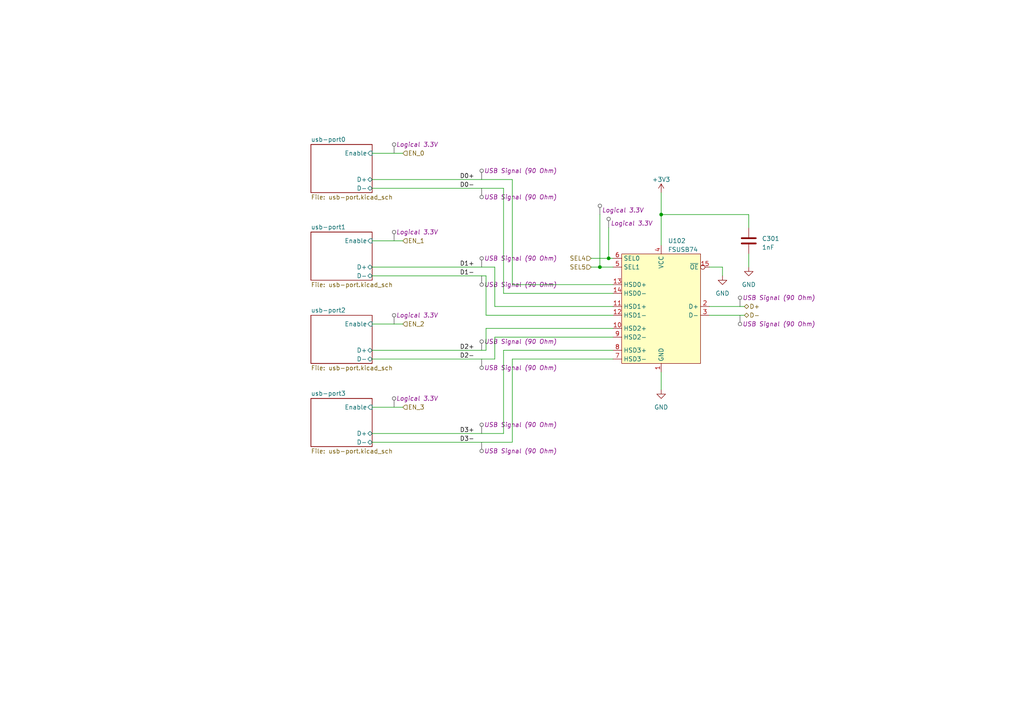
<source format=kicad_sch>
(kicad_sch (version 20230121) (generator eeschema)

  (uuid a08ddd54-726b-4f1b-88e5-e267ec5590f0)

  (paper "A4")

  (lib_symbols
    (symbol "Device:C" (pin_numbers hide) (pin_names (offset 0.254)) (in_bom yes) (on_board yes)
      (property "Reference" "C" (at 0.635 2.54 0)
        (effects (font (size 1.27 1.27)) (justify left))
      )
      (property "Value" "C" (at 0.635 -2.54 0)
        (effects (font (size 1.27 1.27)) (justify left))
      )
      (property "Footprint" "" (at 0.9652 -3.81 0)
        (effects (font (size 1.27 1.27)) hide)
      )
      (property "Datasheet" "~" (at 0 0 0)
        (effects (font (size 1.27 1.27)) hide)
      )
      (property "ki_keywords" "cap capacitor" (at 0 0 0)
        (effects (font (size 1.27 1.27)) hide)
      )
      (property "ki_description" "Unpolarized capacitor" (at 0 0 0)
        (effects (font (size 1.27 1.27)) hide)
      )
      (property "ki_fp_filters" "C_*" (at 0 0 0)
        (effects (font (size 1.27 1.27)) hide)
      )
      (symbol "C_0_1"
        (polyline
          (pts
            (xy -2.032 -0.762)
            (xy 2.032 -0.762)
          )
          (stroke (width 0.508) (type default))
          (fill (type none))
        )
        (polyline
          (pts
            (xy -2.032 0.762)
            (xy 2.032 0.762)
          )
          (stroke (width 0.508) (type default))
          (fill (type none))
        )
      )
      (symbol "C_1_1"
        (pin passive line (at 0 3.81 270) (length 2.794)
          (name "~" (effects (font (size 1.27 1.27))))
          (number "1" (effects (font (size 1.27 1.27))))
        )
        (pin passive line (at 0 -3.81 90) (length 2.794)
          (name "~" (effects (font (size 1.27 1.27))))
          (number "2" (effects (font (size 1.27 1.27))))
        )
      )
    )
    (symbol "onsemi-FairChild:FSUSB74" (in_bom yes) (on_board yes)
      (property "Reference" "U" (at 8.89 17.78 0)
        (effects (font (size 1.27 1.27)))
      )
      (property "Value" "FSUSB74" (at 7.62 -16.51 0)
        (effects (font (size 1.27 1.27)))
      )
      (property "Footprint" "QFN-UMLP:UQFN-16_2.1x2.9mm_P0.4mm" (at -3.81 7.62 0)
        (effects (font (size 1.27 1.27)) hide)
      )
      (property "Datasheet" "${KIPRJMOD}/datasheet/FSUSB74_D-2314427.pdf" (at 27.94 -20.32 0)
        (effects (font (size 1.27 1.27)) hide)
      )
      (property "Vendor" "https://www.mouser.fr/ProductDetail/onsemi-Fairchild/FSUSB74UMX?qs=1%252BQrTMB6OPVrNesV8V0QrA%3D%3D" (at 0 -27.94 0)
        (effects (font (size 1.27 1.27)) hide)
      )
      (property "ki_keywords" "USB Switch" (at 0 0 0)
        (effects (font (size 1.27 1.27)) hide)
      )
      (property "ki_description" "High-Speed USB Multiplexer / Switch" (at 0 0 0)
        (effects (font (size 1.27 1.27)) hide)
      )
      (symbol "FSUSB74_0_1"
        (rectangle (start -11.43 16.51) (end 11.43 -15.24)
          (stroke (width 0) (type default))
          (fill (type background))
        )
      )
      (symbol "FSUSB74_1_1"
        (pin power_in line (at 0 -17.78 90) (length 2.54)
          (name "GND" (effects (font (size 1.27 1.27))))
          (number "1" (effects (font (size 1.27 1.27))))
        )
        (pin bidirectional line (at -13.97 -5.08 0) (length 2.54)
          (name "HSD2+" (effects (font (size 1.27 1.27))))
          (number "10" (effects (font (size 1.27 1.27))))
        )
        (pin bidirectional line (at -13.97 1.27 0) (length 2.54)
          (name "HSD1+" (effects (font (size 1.27 1.27))))
          (number "11" (effects (font (size 1.27 1.27))))
        )
        (pin bidirectional line (at -13.97 -1.27 0) (length 2.54)
          (name "HSD1-" (effects (font (size 1.27 1.27))))
          (number "12" (effects (font (size 1.27 1.27))))
        )
        (pin bidirectional line (at -13.97 7.62 0) (length 2.54)
          (name "HSD0+" (effects (font (size 1.27 1.27))))
          (number "13" (effects (font (size 1.27 1.27))))
        )
        (pin bidirectional line (at -13.97 5.08 0) (length 2.54)
          (name "HSD0-" (effects (font (size 1.27 1.27))))
          (number "14" (effects (font (size 1.27 1.27))))
        )
        (pin input inverted (at 13.97 12.7 180) (length 2.54)
          (name "~{OE}" (effects (font (size 1.27 1.27))))
          (number "15" (effects (font (size 1.27 1.27))))
        )
        (pin no_connect non_logic (at 11.43 -11.43 180) (length 2.54) hide
          (name "NC" (effects (font (size 1.27 1.27))))
          (number "16" (effects (font (size 1.27 1.27))))
        )
        (pin bidirectional line (at 13.97 1.27 180) (length 2.54)
          (name "D+" (effects (font (size 1.27 1.27))))
          (number "2" (effects (font (size 1.27 1.27))))
        )
        (pin bidirectional line (at 13.97 -1.27 180) (length 2.54)
          (name "D-" (effects (font (size 1.27 1.27))))
          (number "3" (effects (font (size 1.27 1.27))))
        )
        (pin power_in line (at 0 19.05 270) (length 2.54)
          (name "VCC" (effects (font (size 1.27 1.27))))
          (number "4" (effects (font (size 1.27 1.27))))
        )
        (pin input line (at -13.97 12.7 0) (length 2.54)
          (name "SEL1" (effects (font (size 1.27 1.27))))
          (number "5" (effects (font (size 1.27 1.27))))
        )
        (pin input line (at -13.97 15.24 0) (length 2.54)
          (name "SEL0" (effects (font (size 1.27 1.27))))
          (number "6" (effects (font (size 1.27 1.27))))
        )
        (pin bidirectional line (at -13.97 -13.97 0) (length 2.54)
          (name "HSD3-" (effects (font (size 1.27 1.27))))
          (number "7" (effects (font (size 1.27 1.27))))
        )
        (pin bidirectional line (at -13.97 -11.43 0) (length 2.54)
          (name "HSD3+" (effects (font (size 1.27 1.27))))
          (number "8" (effects (font (size 1.27 1.27))))
        )
        (pin bidirectional line (at -13.97 -7.62 0) (length 2.54)
          (name "HSD2-" (effects (font (size 1.27 1.27))))
          (number "9" (effects (font (size 1.27 1.27))))
        )
      )
    )
    (symbol "power:+3V3" (power) (pin_names (offset 0)) (in_bom yes) (on_board yes)
      (property "Reference" "#PWR" (at 0 -3.81 0)
        (effects (font (size 1.27 1.27)) hide)
      )
      (property "Value" "+3V3" (at 0 3.556 0)
        (effects (font (size 1.27 1.27)))
      )
      (property "Footprint" "" (at 0 0 0)
        (effects (font (size 1.27 1.27)) hide)
      )
      (property "Datasheet" "" (at 0 0 0)
        (effects (font (size 1.27 1.27)) hide)
      )
      (property "ki_keywords" "global power" (at 0 0 0)
        (effects (font (size 1.27 1.27)) hide)
      )
      (property "ki_description" "Power symbol creates a global label with name \"+3V3\"" (at 0 0 0)
        (effects (font (size 1.27 1.27)) hide)
      )
      (symbol "+3V3_0_1"
        (polyline
          (pts
            (xy -0.762 1.27)
            (xy 0 2.54)
          )
          (stroke (width 0) (type default))
          (fill (type none))
        )
        (polyline
          (pts
            (xy 0 0)
            (xy 0 2.54)
          )
          (stroke (width 0) (type default))
          (fill (type none))
        )
        (polyline
          (pts
            (xy 0 2.54)
            (xy 0.762 1.27)
          )
          (stroke (width 0) (type default))
          (fill (type none))
        )
      )
      (symbol "+3V3_1_1"
        (pin power_in line (at 0 0 90) (length 0) hide
          (name "+3V3" (effects (font (size 1.27 1.27))))
          (number "1" (effects (font (size 1.27 1.27))))
        )
      )
    )
    (symbol "power:GND" (power) (pin_names (offset 0)) (in_bom yes) (on_board yes)
      (property "Reference" "#PWR" (at 0 -6.35 0)
        (effects (font (size 1.27 1.27)) hide)
      )
      (property "Value" "GND" (at 0 -3.81 0)
        (effects (font (size 1.27 1.27)))
      )
      (property "Footprint" "" (at 0 0 0)
        (effects (font (size 1.27 1.27)) hide)
      )
      (property "Datasheet" "" (at 0 0 0)
        (effects (font (size 1.27 1.27)) hide)
      )
      (property "ki_keywords" "global power" (at 0 0 0)
        (effects (font (size 1.27 1.27)) hide)
      )
      (property "ki_description" "Power symbol creates a global label with name \"GND\" , ground" (at 0 0 0)
        (effects (font (size 1.27 1.27)) hide)
      )
      (symbol "GND_0_1"
        (polyline
          (pts
            (xy 0 0)
            (xy 0 -1.27)
            (xy 1.27 -1.27)
            (xy 0 -2.54)
            (xy -1.27 -1.27)
            (xy 0 -1.27)
          )
          (stroke (width 0) (type default))
          (fill (type none))
        )
      )
      (symbol "GND_1_1"
        (pin power_in line (at 0 0 270) (length 0) hide
          (name "GND" (effects (font (size 1.27 1.27))))
          (number "1" (effects (font (size 1.27 1.27))))
        )
      )
    )
  )

  (junction (at 173.99 77.47) (diameter 0) (color 0 0 0 0)
    (uuid e1932f54-66be-4733-9eef-df57714f6e33)
  )
  (junction (at 191.77 62.23) (diameter 0) (color 0 0 0 0)
    (uuid ec5d8e48-3a1f-4d94-8cf7-3dca24ee67af)
  )
  (junction (at 176.53 74.93) (diameter 0) (color 0 0 0 0)
    (uuid f4fd7496-e234-4f78-9efd-6f35a55a5bf8)
  )

  (wire (pts (xy 176.53 66.04) (xy 176.53 74.93))
    (stroke (width 0) (type default))
    (uuid 009a9ca3-4490-40c4-9456-dd99407d4508)
  )
  (wire (pts (xy 107.95 93.98) (xy 116.84 93.98))
    (stroke (width 0) (type default))
    (uuid 059c796d-9c3a-4226-9e9e-6a93f105234d)
  )
  (wire (pts (xy 217.17 73.66) (xy 217.17 77.47))
    (stroke (width 0) (type default))
    (uuid 0a15e86d-424b-44e0-8e79-6019697bce41)
  )
  (wire (pts (xy 107.95 54.61) (xy 146.05 54.61))
    (stroke (width 0) (type default))
    (uuid 0d679937-25fe-45b3-9068-93002af8ee1a)
  )
  (wire (pts (xy 107.95 77.47) (xy 143.51 77.47))
    (stroke (width 0) (type default))
    (uuid 0e11cbc5-574d-441c-a71c-bae62034d492)
  )
  (wire (pts (xy 173.99 62.23) (xy 173.99 77.47))
    (stroke (width 0) (type default))
    (uuid 2bf65770-d4fe-41c1-bd6b-d23dff4ff531)
  )
  (wire (pts (xy 171.45 74.93) (xy 176.53 74.93))
    (stroke (width 0) (type default))
    (uuid 34905c3f-b5fa-4759-9a2a-d84cee171ef7)
  )
  (wire (pts (xy 171.45 77.47) (xy 173.99 77.47))
    (stroke (width 0) (type default))
    (uuid 40a2806e-f277-4e91-b942-32fc63490ca9)
  )
  (wire (pts (xy 148.59 82.55) (xy 177.8 82.55))
    (stroke (width 0) (type default))
    (uuid 428e450e-31d9-4403-a1ad-332f39761720)
  )
  (wire (pts (xy 107.95 44.45) (xy 116.84 44.45))
    (stroke (width 0) (type default))
    (uuid 44ccc1a5-c8bd-4b94-a047-ec5748751e11)
  )
  (wire (pts (xy 191.77 113.03) (xy 191.77 107.95))
    (stroke (width 0) (type default))
    (uuid 4a811eb7-aa80-40c2-bf5a-f3636a68b355)
  )
  (wire (pts (xy 107.95 125.73) (xy 146.05 125.73))
    (stroke (width 0) (type default))
    (uuid 503c18c1-7396-4f7d-afd7-1aa1d6358d6c)
  )
  (wire (pts (xy 107.95 104.14) (xy 143.51 104.14))
    (stroke (width 0) (type default))
    (uuid 51e98c92-0213-4704-8af8-6022087d705f)
  )
  (wire (pts (xy 177.8 91.44) (xy 140.97 91.44))
    (stroke (width 0) (type default))
    (uuid 5468b07d-fba0-4fd2-8650-0daf9f89122f)
  )
  (wire (pts (xy 107.95 128.27) (xy 148.59 128.27))
    (stroke (width 0) (type default))
    (uuid 5869c1b7-5b02-4523-aabc-043582c499ec)
  )
  (wire (pts (xy 205.74 88.9) (xy 215.9 88.9))
    (stroke (width 0) (type default))
    (uuid 5a04c6a5-8003-46bb-9d39-e3a66fa2a5c5)
  )
  (wire (pts (xy 143.51 97.79) (xy 177.8 97.79))
    (stroke (width 0) (type default))
    (uuid 5aa23f2b-115c-4515-8a25-43e0bcb70583)
  )
  (wire (pts (xy 140.97 91.44) (xy 140.97 80.01))
    (stroke (width 0) (type default))
    (uuid 5fa21fa8-86a3-470b-8a50-e56f5bbd0792)
  )
  (wire (pts (xy 146.05 125.73) (xy 146.05 101.6))
    (stroke (width 0) (type default))
    (uuid 608c456a-4652-4258-9059-71d42977ed59)
  )
  (wire (pts (xy 177.8 95.25) (xy 140.97 95.25))
    (stroke (width 0) (type default))
    (uuid 64331f1a-a655-45a2-afb7-dcd3856b1122)
  )
  (wire (pts (xy 176.53 74.93) (xy 177.8 74.93))
    (stroke (width 0) (type default))
    (uuid 6775a0e2-475b-4434-8d6a-8d2b5e6c4756)
  )
  (wire (pts (xy 107.95 52.07) (xy 148.59 52.07))
    (stroke (width 0) (type default))
    (uuid 6bb83270-3f3a-476f-a56d-f1a0d145e0d4)
  )
  (wire (pts (xy 146.05 85.09) (xy 177.8 85.09))
    (stroke (width 0) (type default))
    (uuid 6d3457b2-aee9-466d-b402-95782cb7b80e)
  )
  (wire (pts (xy 148.59 82.55) (xy 148.59 52.07))
    (stroke (width 0) (type default))
    (uuid 6fcbd359-c319-4304-9e8e-d332c3af64df)
  )
  (wire (pts (xy 143.51 88.9) (xy 177.8 88.9))
    (stroke (width 0) (type default))
    (uuid 7628e49d-304b-4aed-b0ec-0f04632c3730)
  )
  (wire (pts (xy 146.05 85.09) (xy 146.05 54.61))
    (stroke (width 0) (type default))
    (uuid 79b88839-935d-4cd2-b358-af31272c74db)
  )
  (wire (pts (xy 148.59 104.14) (xy 177.8 104.14))
    (stroke (width 0) (type default))
    (uuid 7c86efbd-18ab-48b8-b5b6-9a6be004d007)
  )
  (wire (pts (xy 209.55 80.01) (xy 209.55 77.47))
    (stroke (width 0) (type default))
    (uuid 8122cca9-0fe3-4c1f-a3fa-2f8484ee0c73)
  )
  (wire (pts (xy 140.97 95.25) (xy 140.97 101.6))
    (stroke (width 0) (type default))
    (uuid 8667bb71-bb4c-4db5-ab07-7f124daf1c0c)
  )
  (wire (pts (xy 173.99 77.47) (xy 177.8 77.47))
    (stroke (width 0) (type default))
    (uuid 8da0ec30-391b-4870-a634-8eb60e2a2b35)
  )
  (wire (pts (xy 146.05 101.6) (xy 177.8 101.6))
    (stroke (width 0) (type default))
    (uuid 90670103-16b4-43fe-aead-166ac56e13e2)
  )
  (wire (pts (xy 107.95 118.11) (xy 116.84 118.11))
    (stroke (width 0) (type default))
    (uuid 946ea7b4-ef08-406b-bcd9-b8ba45bfdb51)
  )
  (wire (pts (xy 209.55 77.47) (xy 205.74 77.47))
    (stroke (width 0) (type default))
    (uuid 964a637b-459b-4fc2-82fd-dc60d78404d4)
  )
  (wire (pts (xy 143.51 104.14) (xy 143.51 97.79))
    (stroke (width 0) (type default))
    (uuid a30d9161-a608-4507-8ef5-d8a22f3cd4ed)
  )
  (wire (pts (xy 143.51 77.47) (xy 143.51 88.9))
    (stroke (width 0) (type default))
    (uuid a5a493bf-5517-4a3e-9d5c-67c8e5a471ea)
  )
  (wire (pts (xy 148.59 128.27) (xy 148.59 104.14))
    (stroke (width 0) (type default))
    (uuid ae17cbbc-61f7-4dc4-865c-ebd81323078b)
  )
  (wire (pts (xy 191.77 62.23) (xy 217.17 62.23))
    (stroke (width 0) (type default))
    (uuid b07cfc54-d124-40a4-84b4-3b8e3e197faa)
  )
  (wire (pts (xy 140.97 101.6) (xy 107.95 101.6))
    (stroke (width 0) (type default))
    (uuid c34b1a09-c597-420f-a5df-c66b88a31f5b)
  )
  (wire (pts (xy 107.95 69.85) (xy 116.84 69.85))
    (stroke (width 0) (type default))
    (uuid c7c8e2b0-c6b9-418b-9e92-21183a2ac388)
  )
  (wire (pts (xy 205.74 91.44) (xy 215.9 91.44))
    (stroke (width 0) (type default))
    (uuid d782fa15-64ca-4306-85f4-6f0e3cabd342)
  )
  (wire (pts (xy 217.17 62.23) (xy 217.17 66.04))
    (stroke (width 0) (type default))
    (uuid e1d1c05c-71c2-4ca2-a908-aa78e7e78efa)
  )
  (wire (pts (xy 140.97 80.01) (xy 107.95 80.01))
    (stroke (width 0) (type default))
    (uuid ed46a494-6e06-484b-b6f1-29634ff4a9e8)
  )
  (wire (pts (xy 191.77 55.88) (xy 191.77 62.23))
    (stroke (width 0) (type default))
    (uuid f9212796-7ed2-4315-ad1e-0fecbb980c58)
  )
  (wire (pts (xy 191.77 62.23) (xy 191.77 71.12))
    (stroke (width 0) (type default))
    (uuid fb26b34a-bb04-447b-85ed-834632b1b9c7)
  )

  (label "D3-" (at 133.35 128.27 0) (fields_autoplaced)
    (effects (font (size 1.27 1.27)) (justify left bottom))
    (uuid 0aa0f1cb-88a5-4e89-b403-cdbaf8c2f028)
  )
  (label "D0-" (at 133.35 54.61 0) (fields_autoplaced)
    (effects (font (size 1.27 1.27)) (justify left bottom))
    (uuid 23bb7688-7cf8-4afd-8e8a-44cc13adf190)
  )
  (label "D1+" (at 133.35 77.47 0) (fields_autoplaced)
    (effects (font (size 1.27 1.27)) (justify left bottom))
    (uuid 32fc053a-8356-40ea-97ee-5edee50dcfe5)
  )
  (label "D1-" (at 133.35 80.01 0) (fields_autoplaced)
    (effects (font (size 1.27 1.27)) (justify left bottom))
    (uuid 3c331e0a-362f-46ec-b018-c619f0479fce)
  )
  (label "D2+" (at 133.35 101.6 0) (fields_autoplaced)
    (effects (font (size 1.27 1.27)) (justify left bottom))
    (uuid 44edb08e-d82f-46df-aa93-be8400f11320)
  )
  (label "D3+" (at 133.35 125.73 0) (fields_autoplaced)
    (effects (font (size 1.27 1.27)) (justify left bottom))
    (uuid 55ea5add-1061-4ce1-9e26-c46d02d39400)
  )
  (label "D2-" (at 133.35 104.14 0) (fields_autoplaced)
    (effects (font (size 1.27 1.27)) (justify left bottom))
    (uuid 672ffab2-a771-4c35-a7a7-b2639344f943)
  )
  (label "D0+" (at 133.35 52.07 0) (fields_autoplaced)
    (effects (font (size 1.27 1.27)) (justify left bottom))
    (uuid b8273f46-3436-46c9-98a6-66d9ac012e11)
  )

  (hierarchical_label "EN_0" (shape input) (at 116.84 44.45 0) (fields_autoplaced)
    (effects (font (size 1.27 1.27)) (justify left))
    (uuid 08466b0b-b02c-478e-92c5-61ca697c903d)
  )
  (hierarchical_label "D-" (shape bidirectional) (at 215.9 91.44 0) (fields_autoplaced)
    (effects (font (size 1.27 1.27)) (justify left))
    (uuid 08bb943c-d6ba-4cd2-9cf2-5ac690c07005)
  )
  (hierarchical_label "SEL4" (shape input) (at 171.45 74.93 180) (fields_autoplaced)
    (effects (font (size 1.27 1.27)) (justify right))
    (uuid 0a8112d1-5847-49a8-8788-488b6a3d86c8)
  )
  (hierarchical_label "SEL5" (shape input) (at 171.45 77.47 180) (fields_autoplaced)
    (effects (font (size 1.27 1.27)) (justify right))
    (uuid 4ae36514-f373-4293-bd17-f31b3e878fe3)
  )
  (hierarchical_label "D+" (shape bidirectional) (at 215.9 88.9 0) (fields_autoplaced)
    (effects (font (size 1.27 1.27)) (justify left))
    (uuid 5af263c8-fb6a-45ab-9217-1bb263dd8deb)
  )
  (hierarchical_label "EN_2" (shape input) (at 116.84 93.98 0) (fields_autoplaced)
    (effects (font (size 1.27 1.27)) (justify left))
    (uuid 6d95e7b9-11c9-4bfd-8111-32922d54c555)
  )
  (hierarchical_label "EN_3" (shape input) (at 116.84 118.11 0) (fields_autoplaced)
    (effects (font (size 1.27 1.27)) (justify left))
    (uuid ccdc3f3f-9f8a-470c-9e20-030d76bbb96f)
  )
  (hierarchical_label "EN_1" (shape input) (at 116.84 69.85 0) (fields_autoplaced)
    (effects (font (size 1.27 1.27)) (justify left))
    (uuid d939fdf8-0e03-4725-b9fc-3156741e85fe)
  )

  (netclass_flag "" (length 2.54) (shape round) (at 114.3 93.98 0)
    (effects (font (size 1.27 1.27)) (justify left bottom))
    (uuid 1e137460-21b2-4259-958b-23419bbba6d1)
    (property "Netclass" "Logical 3.3V" (at 127 91.44 0)
      (effects (font (size 1.27 1.27) italic) (justify right))
    )
  )
  (netclass_flag "" (length 2.54) (shape round) (at 139.7 52.07 0) (fields_autoplaced)
    (effects (font (size 1.27 1.27)) (justify left bottom))
    (uuid 238b87d4-1cad-4605-8675-fef4e2ad13e1)
    (property "Netclass" "USB Signal (90 Ohm)" (at 140.3985 49.53 0)
      (effects (font (size 1.27 1.27) italic) (justify left))
    )
  )
  (netclass_flag "" (length 2.54) (shape round) (at 139.7 54.61 180) (fields_autoplaced)
    (effects (font (size 1.27 1.27)) (justify right bottom))
    (uuid 2954b935-7a06-4864-8380-9ad8a2791885)
    (property "Netclass" "USB Signal (90 Ohm)" (at 140.3985 57.15 0)
      (effects (font (size 1.27 1.27) italic) (justify left))
    )
  )
  (netclass_flag "" (length 2.54) (shape round) (at 139.7 125.73 0) (fields_autoplaced)
    (effects (font (size 1.27 1.27)) (justify left bottom))
    (uuid 3345843c-f02b-4551-a2c5-3f44744be9f7)
    (property "Netclass" "USB Signal (90 Ohm)" (at 140.3985 123.19 0)
      (effects (font (size 1.27 1.27) italic) (justify left))
    )
  )
  (netclass_flag "" (length 2.54) (shape round) (at 214.63 91.44 180) (fields_autoplaced)
    (effects (font (size 1.27 1.27)) (justify right bottom))
    (uuid 4430cf9c-2f48-4781-a9b7-d4a7beb95467)
    (property "Netclass" "USB Signal (90 Ohm)" (at 215.3285 93.98 0)
      (effects (font (size 1.27 1.27) italic) (justify left))
    )
  )
  (netclass_flag "" (length 2.54) (shape round) (at 139.7 104.14 180) (fields_autoplaced)
    (effects (font (size 1.27 1.27)) (justify right bottom))
    (uuid 4b92d3b5-0db8-4394-89bc-b9135e9c7a55)
    (property "Netclass" "USB Signal (90 Ohm)" (at 140.3985 106.68 0)
      (effects (font (size 1.27 1.27) italic) (justify left))
    )
  )
  (netclass_flag "" (length 2.54) (shape round) (at 114.3 44.45 0)
    (effects (font (size 1.27 1.27)) (justify left bottom))
    (uuid 68686489-658a-49eb-a4b4-e30e3efcb49e)
    (property "Netclass" "Logical 3.3V" (at 127 41.91 0)
      (effects (font (size 1.27 1.27) italic) (justify right))
    )
  )
  (netclass_flag "" (length 2.54) (shape round) (at 139.7 101.6 0) (fields_autoplaced)
    (effects (font (size 1.27 1.27)) (justify left bottom))
    (uuid 8ef177fd-6e49-41a5-905e-996252d2681c)
    (property "Netclass" "USB Signal (90 Ohm)" (at 140.3985 99.06 0)
      (effects (font (size 1.27 1.27) italic) (justify left))
    )
  )
  (netclass_flag "" (length 2.54) (shape round) (at 114.3 69.85 0)
    (effects (font (size 1.27 1.27)) (justify left bottom))
    (uuid a0213318-f8cf-4b6d-b071-cc8790be06a5)
    (property "Netclass" "Logical 3.3V" (at 127 67.31 0)
      (effects (font (size 1.27 1.27) italic) (justify right))
    )
  )
  (netclass_flag "" (length 2.54) (shape round) (at 176.53 66.04 0)
    (effects (font (size 1.27 1.27)) (justify left bottom))
    (uuid b16a5574-6d36-430f-9ab5-007132288924)
    (property "Netclass" "Logical 3.3V" (at 189.23 64.77 0)
      (effects (font (size 1.27 1.27) italic) (justify right))
    )
  )
  (netclass_flag "" (length 2.54) (shape round) (at 139.7 128.27 180) (fields_autoplaced)
    (effects (font (size 1.27 1.27)) (justify right bottom))
    (uuid c3f2921f-91a5-46aa-bbec-f8ad6f06717e)
    (property "Netclass" "USB Signal (90 Ohm)" (at 140.3985 130.81 0)
      (effects (font (size 1.27 1.27) italic) (justify left))
    )
  )
  (netclass_flag "" (length 2.54) (shape round) (at 114.3 118.11 0)
    (effects (font (size 1.27 1.27)) (justify left bottom))
    (uuid cdd49e4c-a446-4960-9192-379efce39374)
    (property "Netclass" "Logical 3.3V" (at 127 115.57 0)
      (effects (font (size 1.27 1.27) italic) (justify right))
    )
  )
  (netclass_flag "" (length 2.54) (shape round) (at 173.99 62.23 0)
    (effects (font (size 1.27 1.27)) (justify left bottom))
    (uuid d58e1d44-1ce1-41b2-9b95-0abd460f7c28)
    (property "Netclass" "Logical 3.3V" (at 186.69 60.96 0)
      (effects (font (size 1.27 1.27) italic) (justify right))
    )
  )
  (netclass_flag "" (length 2.54) (shape round) (at 139.7 80.01 180) (fields_autoplaced)
    (effects (font (size 1.27 1.27)) (justify right bottom))
    (uuid d5a0ff34-7291-418c-9c28-02c56ce71d71)
    (property "Netclass" "USB Signal (90 Ohm)" (at 140.3985 82.55 0)
      (effects (font (size 1.27 1.27) italic) (justify left))
    )
  )
  (netclass_flag "" (length 2.54) (shape round) (at 139.7 77.47 0) (fields_autoplaced)
    (effects (font (size 1.27 1.27)) (justify left bottom))
    (uuid d8d24488-635e-45c1-9ce6-977ded321718)
    (property "Netclass" "USB Signal (90 Ohm)" (at 140.3985 74.93 0)
      (effects (font (size 1.27 1.27) italic) (justify left))
    )
  )
  (netclass_flag "" (length 2.54) (shape round) (at 214.63 88.9 0) (fields_autoplaced)
    (effects (font (size 1.27 1.27)) (justify left bottom))
    (uuid da297ab1-ede4-4742-b9f6-3c6cf504800c)
    (property "Netclass" "USB Signal (90 Ohm)" (at 215.3285 86.36 0)
      (effects (font (size 1.27 1.27) italic) (justify left))
    )
  )

  (symbol (lib_id "power:+3V3") (at 191.77 55.88 0) (unit 1)
    (in_bom yes) (on_board yes) (dnp no) (fields_autoplaced)
    (uuid 3b69f5d8-39b2-44d8-8dcb-214f98cc1753)
    (property "Reference" "#PWR0305" (at 191.77 59.69 0)
      (effects (font (size 1.27 1.27)) hide)
    )
    (property "Value" "+3V3" (at 191.77 52.07 0)
      (effects (font (size 1.27 1.27)))
    )
    (property "Footprint" "" (at 191.77 55.88 0)
      (effects (font (size 1.27 1.27)) hide)
    )
    (property "Datasheet" "" (at 191.77 55.88 0)
      (effects (font (size 1.27 1.27)) hide)
    )
    (pin "1" (uuid 96462fca-fc8f-40b5-b9f6-67de1ea2017a))
    (instances
      (project "uf2-batch-flasher"
        (path "/8aa26ead-3e89-48f3-b4b5-5a311dfbb8c5/c4cb794a-6317-45b2-a262-1b8cad9f54a0/5ecbf729-defa-47e5-b865-7b745b33825c"
          (reference "#PWR0305") (unit 1)
        )
        (path "/8aa26ead-3e89-48f3-b4b5-5a311dfbb8c5/c4cb794a-6317-45b2-a262-1b8cad9f54a0/bf1adcf5-e679-4dd7-88af-1bbc51bcd483"
          (reference "#PWR0805") (unit 1)
        )
        (path "/8aa26ead-3e89-48f3-b4b5-5a311dfbb8c5/c4cb794a-6317-45b2-a262-1b8cad9f54a0/99f5ca87-38aa-4a84-9bb8-3eaed6efc6e5"
          (reference "#PWR01305") (unit 1)
        )
        (path "/8aa26ead-3e89-48f3-b4b5-5a311dfbb8c5/c4cb794a-6317-45b2-a262-1b8cad9f54a0/3822772d-159a-4179-b4bd-c2ba93eb2e0f"
          (reference "#PWR01805") (unit 1)
        )
        (path "/8aa26ead-3e89-48f3-b4b5-5a311dfbb8c5/93dad511-0f1d-492d-a889-249a68475ae0/3822772d-159a-4179-b4bd-c2ba93eb2e0f"
          (reference "#PWR02705") (unit 1)
        )
        (path "/8aa26ead-3e89-48f3-b4b5-5a311dfbb8c5/93dad511-0f1d-492d-a889-249a68475ae0/99f5ca87-38aa-4a84-9bb8-3eaed6efc6e5"
          (reference "#PWR03505") (unit 1)
        )
        (path "/8aa26ead-3e89-48f3-b4b5-5a311dfbb8c5/93dad511-0f1d-492d-a889-249a68475ae0/5ecbf729-defa-47e5-b865-7b745b33825c"
          (reference "#PWR03105") (unit 1)
        )
        (path "/8aa26ead-3e89-48f3-b4b5-5a311dfbb8c5/93dad511-0f1d-492d-a889-249a68475ae0/bf1adcf5-e679-4dd7-88af-1bbc51bcd483"
          (reference "#PWR04005") (unit 1)
        )
        (path "/8aa26ead-3e89-48f3-b4b5-5a311dfbb8c5/6b61684f-8a6b-4381-ad1c-8ebadb224463/3822772d-159a-4179-b4bd-c2ba93eb2e0f"
          (reference "#PWR05005") (unit 1)
        )
        (path "/8aa26ead-3e89-48f3-b4b5-5a311dfbb8c5/6b61684f-8a6b-4381-ad1c-8ebadb224463/99f5ca87-38aa-4a84-9bb8-3eaed6efc6e5"
          (reference "#PWR05205") (unit 1)
        )
        (path "/8aa26ead-3e89-48f3-b4b5-5a311dfbb8c5/6b61684f-8a6b-4381-ad1c-8ebadb224463/5ecbf729-defa-47e5-b865-7b745b33825c"
          (reference "#PWR04805") (unit 1)
        )
        (path "/8aa26ead-3e89-48f3-b4b5-5a311dfbb8c5/6b61684f-8a6b-4381-ad1c-8ebadb224463/bf1adcf5-e679-4dd7-88af-1bbc51bcd483"
          (reference "#PWR05905") (unit 1)
        )
        (path "/8aa26ead-3e89-48f3-b4b5-5a311dfbb8c5/f401e2fd-f893-47bd-b60f-7212107bc81c/3822772d-159a-4179-b4bd-c2ba93eb2e0f"
          (reference "#PWR07805") (unit 1)
        )
        (path "/8aa26ead-3e89-48f3-b4b5-5a311dfbb8c5/f401e2fd-f893-47bd-b60f-7212107bc81c/99f5ca87-38aa-4a84-9bb8-3eaed6efc6e5"
          (reference "#PWR08105") (unit 1)
        )
        (path "/8aa26ead-3e89-48f3-b4b5-5a311dfbb8c5/f401e2fd-f893-47bd-b60f-7212107bc81c/5ecbf729-defa-47e5-b865-7b745b33825c"
          (reference "#PWR08505") (unit 1)
        )
        (path "/8aa26ead-3e89-48f3-b4b5-5a311dfbb8c5/f401e2fd-f893-47bd-b60f-7212107bc81c/bf1adcf5-e679-4dd7-88af-1bbc51bcd483"
          (reference "#PWR07105") (unit 1)
        )
      )
    )
  )

  (symbol (lib_id "Device:C") (at 217.17 69.85 0) (unit 1)
    (in_bom yes) (on_board yes) (dnp no) (fields_autoplaced)
    (uuid 3f10680a-db70-4947-993d-13ab5554d16d)
    (property "Reference" "C301" (at 220.98 69.215 0)
      (effects (font (size 1.27 1.27)) (justify left))
    )
    (property "Value" "1nF" (at 220.98 71.755 0)
      (effects (font (size 1.27 1.27)) (justify left))
    )
    (property "Footprint" "Capacitor_SMD:C_0603_1608Metric" (at 218.1352 73.66 0)
      (effects (font (size 1.27 1.27)) hide)
    )
    (property "Datasheet" "https://www.mouser.fr/datasheet/2/585/MLCC-1837944.pdf" (at 217.17 69.85 0)
      (effects (font (size 1.27 1.27)) hide)
    )
    (property "In Stock" "Yes" (at 217.17 69.85 0)
      (effects (font (size 1.27 1.27)) hide)
    )
    (property "Vendor" "https://www.mouser.fr/ProductDetail/Samsung-Electro-Mechanics/CL10C102JB8NNNC?qs=349EhDEZ59q5Anpq%2FC%2Fv%2FQ%3D%3D&countryCode=DE&currencyCode=EUR" (at 217.17 69.85 0)
      (effects (font (size 1.27 1.27)) hide)
    )
    (pin "1" (uuid 7f3af20c-5f72-4b99-bae3-cff3458fb651))
    (pin "2" (uuid c41fa402-de6e-4367-8d2c-73e2a8980f53))
    (instances
      (project "uf2-batch-flasher"
        (path "/8aa26ead-3e89-48f3-b4b5-5a311dfbb8c5/c4cb794a-6317-45b2-a262-1b8cad9f54a0/5ecbf729-defa-47e5-b865-7b745b33825c"
          (reference "C301") (unit 1)
        )
        (path "/8aa26ead-3e89-48f3-b4b5-5a311dfbb8c5/c4cb794a-6317-45b2-a262-1b8cad9f54a0/bf1adcf5-e679-4dd7-88af-1bbc51bcd483"
          (reference "C801") (unit 1)
        )
        (path "/8aa26ead-3e89-48f3-b4b5-5a311dfbb8c5/c4cb794a-6317-45b2-a262-1b8cad9f54a0/99f5ca87-38aa-4a84-9bb8-3eaed6efc6e5"
          (reference "C1301") (unit 1)
        )
        (path "/8aa26ead-3e89-48f3-b4b5-5a311dfbb8c5/c4cb794a-6317-45b2-a262-1b8cad9f54a0/3822772d-159a-4179-b4bd-c2ba93eb2e0f"
          (reference "C1801") (unit 1)
        )
        (path "/8aa26ead-3e89-48f3-b4b5-5a311dfbb8c5/93dad511-0f1d-492d-a889-249a68475ae0/3822772d-159a-4179-b4bd-c2ba93eb2e0f"
          (reference "C2701") (unit 1)
        )
        (path "/8aa26ead-3e89-48f3-b4b5-5a311dfbb8c5/93dad511-0f1d-492d-a889-249a68475ae0/5ecbf729-defa-47e5-b865-7b745b33825c"
          (reference "C3101") (unit 1)
        )
        (path "/8aa26ead-3e89-48f3-b4b5-5a311dfbb8c5/93dad511-0f1d-492d-a889-249a68475ae0/99f5ca87-38aa-4a84-9bb8-3eaed6efc6e5"
          (reference "C3501") (unit 1)
        )
        (path "/8aa26ead-3e89-48f3-b4b5-5a311dfbb8c5/93dad511-0f1d-492d-a889-249a68475ae0/bf1adcf5-e679-4dd7-88af-1bbc51bcd483"
          (reference "C4001") (unit 1)
        )
        (path "/8aa26ead-3e89-48f3-b4b5-5a311dfbb8c5/6b61684f-8a6b-4381-ad1c-8ebadb224463/5ecbf729-defa-47e5-b865-7b745b33825c"
          (reference "C4801") (unit 1)
        )
        (path "/8aa26ead-3e89-48f3-b4b5-5a311dfbb8c5/6b61684f-8a6b-4381-ad1c-8ebadb224463/3822772d-159a-4179-b4bd-c2ba93eb2e0f"
          (reference "C5001") (unit 1)
        )
        (path "/8aa26ead-3e89-48f3-b4b5-5a311dfbb8c5/6b61684f-8a6b-4381-ad1c-8ebadb224463/99f5ca87-38aa-4a84-9bb8-3eaed6efc6e5"
          (reference "C5201") (unit 1)
        )
        (path "/8aa26ead-3e89-48f3-b4b5-5a311dfbb8c5/6b61684f-8a6b-4381-ad1c-8ebadb224463/bf1adcf5-e679-4dd7-88af-1bbc51bcd483"
          (reference "C5901") (unit 1)
        )
        (path "/8aa26ead-3e89-48f3-b4b5-5a311dfbb8c5/f401e2fd-f893-47bd-b60f-7212107bc81c/bf1adcf5-e679-4dd7-88af-1bbc51bcd483"
          (reference "C7101") (unit 1)
        )
        (path "/8aa26ead-3e89-48f3-b4b5-5a311dfbb8c5/f401e2fd-f893-47bd-b60f-7212107bc81c/3822772d-159a-4179-b4bd-c2ba93eb2e0f"
          (reference "C7801") (unit 1)
        )
        (path "/8aa26ead-3e89-48f3-b4b5-5a311dfbb8c5/f401e2fd-f893-47bd-b60f-7212107bc81c/99f5ca87-38aa-4a84-9bb8-3eaed6efc6e5"
          (reference "C8101") (unit 1)
        )
        (path "/8aa26ead-3e89-48f3-b4b5-5a311dfbb8c5/f401e2fd-f893-47bd-b60f-7212107bc81c/5ecbf729-defa-47e5-b865-7b745b33825c"
          (reference "C8501") (unit 1)
        )
      )
    )
  )

  (symbol (lib_id "power:GND") (at 209.55 80.01 0) (unit 1)
    (in_bom yes) (on_board yes) (dnp no) (fields_autoplaced)
    (uuid 4a5df126-53b6-47ef-837d-9a9be527728c)
    (property "Reference" "#PWR0111" (at 209.55 86.36 0)
      (effects (font (size 1.27 1.27)) hide)
    )
    (property "Value" "GND" (at 209.55 85.09 0)
      (effects (font (size 1.27 1.27)))
    )
    (property "Footprint" "" (at 209.55 80.01 0)
      (effects (font (size 1.27 1.27)) hide)
    )
    (property "Datasheet" "" (at 209.55 80.01 0)
      (effects (font (size 1.27 1.27)) hide)
    )
    (pin "1" (uuid 62491ba6-1964-4522-97f2-fd7cbdacc14a))
    (instances
      (project "uf2-batch-flasher"
        (path "/8aa26ead-3e89-48f3-b4b5-5a311dfbb8c5"
          (reference "#PWR0111") (unit 1)
        )
        (path "/8aa26ead-3e89-48f3-b4b5-5a311dfbb8c5/c4cb794a-6317-45b2-a262-1b8cad9f54a0/5ecbf729-defa-47e5-b865-7b745b33825c"
          (reference "#PWR0303") (unit 1)
        )
        (path "/8aa26ead-3e89-48f3-b4b5-5a311dfbb8c5/c4cb794a-6317-45b2-a262-1b8cad9f54a0/bf1adcf5-e679-4dd7-88af-1bbc51bcd483"
          (reference "#PWR0803") (unit 1)
        )
        (path "/8aa26ead-3e89-48f3-b4b5-5a311dfbb8c5/c4cb794a-6317-45b2-a262-1b8cad9f54a0/99f5ca87-38aa-4a84-9bb8-3eaed6efc6e5"
          (reference "#PWR01303") (unit 1)
        )
        (path "/8aa26ead-3e89-48f3-b4b5-5a311dfbb8c5/c4cb794a-6317-45b2-a262-1b8cad9f54a0/3822772d-159a-4179-b4bd-c2ba93eb2e0f"
          (reference "#PWR01803") (unit 1)
        )
        (path "/8aa26ead-3e89-48f3-b4b5-5a311dfbb8c5/93dad511-0f1d-492d-a889-249a68475ae0/3822772d-159a-4179-b4bd-c2ba93eb2e0f"
          (reference "#PWR02703") (unit 1)
        )
        (path "/8aa26ead-3e89-48f3-b4b5-5a311dfbb8c5/93dad511-0f1d-492d-a889-249a68475ae0/5ecbf729-defa-47e5-b865-7b745b33825c"
          (reference "#PWR03103") (unit 1)
        )
        (path "/8aa26ead-3e89-48f3-b4b5-5a311dfbb8c5/93dad511-0f1d-492d-a889-249a68475ae0/99f5ca87-38aa-4a84-9bb8-3eaed6efc6e5"
          (reference "#PWR03503") (unit 1)
        )
        (path "/8aa26ead-3e89-48f3-b4b5-5a311dfbb8c5/93dad511-0f1d-492d-a889-249a68475ae0/bf1adcf5-e679-4dd7-88af-1bbc51bcd483"
          (reference "#PWR04003") (unit 1)
        )
        (path "/8aa26ead-3e89-48f3-b4b5-5a311dfbb8c5/6b61684f-8a6b-4381-ad1c-8ebadb224463/5ecbf729-defa-47e5-b865-7b745b33825c"
          (reference "#PWR04803") (unit 1)
        )
        (path "/8aa26ead-3e89-48f3-b4b5-5a311dfbb8c5/6b61684f-8a6b-4381-ad1c-8ebadb224463/3822772d-159a-4179-b4bd-c2ba93eb2e0f"
          (reference "#PWR05003") (unit 1)
        )
        (path "/8aa26ead-3e89-48f3-b4b5-5a311dfbb8c5/6b61684f-8a6b-4381-ad1c-8ebadb224463/99f5ca87-38aa-4a84-9bb8-3eaed6efc6e5"
          (reference "#PWR05203") (unit 1)
        )
        (path "/8aa26ead-3e89-48f3-b4b5-5a311dfbb8c5/6b61684f-8a6b-4381-ad1c-8ebadb224463/bf1adcf5-e679-4dd7-88af-1bbc51bcd483"
          (reference "#PWR05903") (unit 1)
        )
        (path "/8aa26ead-3e89-48f3-b4b5-5a311dfbb8c5/f401e2fd-f893-47bd-b60f-7212107bc81c/bf1adcf5-e679-4dd7-88af-1bbc51bcd483"
          (reference "#PWR07103") (unit 1)
        )
        (path "/8aa26ead-3e89-48f3-b4b5-5a311dfbb8c5/f401e2fd-f893-47bd-b60f-7212107bc81c/3822772d-159a-4179-b4bd-c2ba93eb2e0f"
          (reference "#PWR07803") (unit 1)
        )
        (path "/8aa26ead-3e89-48f3-b4b5-5a311dfbb8c5/f401e2fd-f893-47bd-b60f-7212107bc81c/99f5ca87-38aa-4a84-9bb8-3eaed6efc6e5"
          (reference "#PWR08103") (unit 1)
        )
        (path "/8aa26ead-3e89-48f3-b4b5-5a311dfbb8c5/f401e2fd-f893-47bd-b60f-7212107bc81c/5ecbf729-defa-47e5-b865-7b745b33825c"
          (reference "#PWR08503") (unit 1)
        )
      )
    )
  )

  (symbol (lib_id "onsemi-FairChild:FSUSB74") (at 191.77 90.17 0) (unit 1)
    (in_bom yes) (on_board yes) (dnp no) (fields_autoplaced)
    (uuid 88d78b18-496a-4fbf-8289-a0aa88013e32)
    (property "Reference" "U102" (at 193.7259 69.85 0)
      (effects (font (size 1.27 1.27)) (justify left))
    )
    (property "Value" "FSUSB74" (at 193.7259 72.39 0)
      (effects (font (size 1.27 1.27)) (justify left))
    )
    (property "Footprint" "Project:UQFN-16_2.1x2.9mm_P0.4mm" (at 187.96 82.55 0)
      (effects (font (size 1.27 1.27)) hide)
    )
    (property "Datasheet" "${KIPRJMOD}/datasheet/FSUSB74_D-2314427.pdf" (at 219.71 110.49 0)
      (effects (font (size 1.27 1.27)) hide)
    )
    (property "Vendor" "https://www.mouser.fr/ProductDetail/onsemi-Fairchild/FSUSB74UMX?qs=1%252BQrTMB6OPVrNesV8V0QrA%3D%3D" (at 191.77 90.17 0)
      (effects (font (size 1.27 1.27)) hide)
    )
    (pin "1" (uuid 5421173d-97e2-42fe-bcc1-cc743f6e4a86))
    (pin "10" (uuid 99b284fa-8b4b-4915-8f0a-25bb4032710d))
    (pin "11" (uuid 50083776-89ca-4abe-bbb4-7cb78315f7c3))
    (pin "12" (uuid 7e977588-39fa-4031-8665-129d350713f4))
    (pin "13" (uuid 689056e7-e574-498c-965f-0b608a1a8d59))
    (pin "14" (uuid 39fb436c-66eb-4eb2-b603-7669d4c13188))
    (pin "15" (uuid cd6497e3-db5a-4122-9b9a-15558bfa0585))
    (pin "16" (uuid 5ff9ba0c-4457-4a59-85f3-3c8879aae1e6))
    (pin "2" (uuid 53fa7aba-4f3e-4a14-8e8f-d1c609d437f2))
    (pin "3" (uuid 7265845b-7945-4ae4-9dc1-e5187a31e599))
    (pin "4" (uuid dbc9eda2-8a96-4d93-bc18-d224c1b3661f))
    (pin "5" (uuid c9d70b94-7802-477a-b3fb-802f78bf2014))
    (pin "6" (uuid c8059480-82ef-4d43-90d2-e98988e30602))
    (pin "7" (uuid 260c4e7d-d56f-41d7-aba6-9f0fb52b16d5))
    (pin "8" (uuid 015d9231-c9cd-416f-a2a4-ec1cf68640ff))
    (pin "9" (uuid 49228a57-6d2c-49cd-b9cb-bb19be42c131))
    (instances
      (project "uf2-batch-flasher"
        (path "/8aa26ead-3e89-48f3-b4b5-5a311dfbb8c5"
          (reference "U102") (unit 1)
        )
        (path "/8aa26ead-3e89-48f3-b4b5-5a311dfbb8c5/c4cb794a-6317-45b2-a262-1b8cad9f54a0"
          (reference "U201") (unit 1)
        )
        (path "/8aa26ead-3e89-48f3-b4b5-5a311dfbb8c5/c4cb794a-6317-45b2-a262-1b8cad9f54a0/5ecbf729-defa-47e5-b865-7b745b33825c"
          (reference "U301") (unit 1)
        )
        (path "/8aa26ead-3e89-48f3-b4b5-5a311dfbb8c5/c4cb794a-6317-45b2-a262-1b8cad9f54a0/bf1adcf5-e679-4dd7-88af-1bbc51bcd483"
          (reference "U801") (unit 1)
        )
        (path "/8aa26ead-3e89-48f3-b4b5-5a311dfbb8c5/c4cb794a-6317-45b2-a262-1b8cad9f54a0/99f5ca87-38aa-4a84-9bb8-3eaed6efc6e5"
          (reference "U1301") (unit 1)
        )
        (path "/8aa26ead-3e89-48f3-b4b5-5a311dfbb8c5/c4cb794a-6317-45b2-a262-1b8cad9f54a0/3822772d-159a-4179-b4bd-c2ba93eb2e0f"
          (reference "U1801") (unit 1)
        )
        (path "/8aa26ead-3e89-48f3-b4b5-5a311dfbb8c5/93dad511-0f1d-492d-a889-249a68475ae0/3822772d-159a-4179-b4bd-c2ba93eb2e0f"
          (reference "U2701") (unit 1)
        )
        (path "/8aa26ead-3e89-48f3-b4b5-5a311dfbb8c5/93dad511-0f1d-492d-a889-249a68475ae0/99f5ca87-38aa-4a84-9bb8-3eaed6efc6e5"
          (reference "U3501") (unit 1)
        )
        (path "/8aa26ead-3e89-48f3-b4b5-5a311dfbb8c5/93dad511-0f1d-492d-a889-249a68475ae0/5ecbf729-defa-47e5-b865-7b745b33825c"
          (reference "U3101") (unit 1)
        )
        (path "/8aa26ead-3e89-48f3-b4b5-5a311dfbb8c5/93dad511-0f1d-492d-a889-249a68475ae0/bf1adcf5-e679-4dd7-88af-1bbc51bcd483"
          (reference "U4001") (unit 1)
        )
        (path "/8aa26ead-3e89-48f3-b4b5-5a311dfbb8c5/6b61684f-8a6b-4381-ad1c-8ebadb224463/3822772d-159a-4179-b4bd-c2ba93eb2e0f"
          (reference "U5001") (unit 1)
        )
        (path "/8aa26ead-3e89-48f3-b4b5-5a311dfbb8c5/6b61684f-8a6b-4381-ad1c-8ebadb224463/99f5ca87-38aa-4a84-9bb8-3eaed6efc6e5"
          (reference "U5201") (unit 1)
        )
        (path "/8aa26ead-3e89-48f3-b4b5-5a311dfbb8c5/6b61684f-8a6b-4381-ad1c-8ebadb224463/5ecbf729-defa-47e5-b865-7b745b33825c"
          (reference "U4801") (unit 1)
        )
        (path "/8aa26ead-3e89-48f3-b4b5-5a311dfbb8c5/6b61684f-8a6b-4381-ad1c-8ebadb224463/bf1adcf5-e679-4dd7-88af-1bbc51bcd483"
          (reference "U5901") (unit 1)
        )
        (path "/8aa26ead-3e89-48f3-b4b5-5a311dfbb8c5/f401e2fd-f893-47bd-b60f-7212107bc81c/3822772d-159a-4179-b4bd-c2ba93eb2e0f"
          (reference "U7801") (unit 1)
        )
        (path "/8aa26ead-3e89-48f3-b4b5-5a311dfbb8c5/f401e2fd-f893-47bd-b60f-7212107bc81c/99f5ca87-38aa-4a84-9bb8-3eaed6efc6e5"
          (reference "U8101") (unit 1)
        )
        (path "/8aa26ead-3e89-48f3-b4b5-5a311dfbb8c5/f401e2fd-f893-47bd-b60f-7212107bc81c/5ecbf729-defa-47e5-b865-7b745b33825c"
          (reference "U8501") (unit 1)
        )
        (path "/8aa26ead-3e89-48f3-b4b5-5a311dfbb8c5/f401e2fd-f893-47bd-b60f-7212107bc81c/bf1adcf5-e679-4dd7-88af-1bbc51bcd483"
          (reference "U7101") (unit 1)
        )
      )
    )
  )

  (symbol (lib_id "power:GND") (at 217.17 77.47 0) (unit 1)
    (in_bom yes) (on_board yes) (dnp no) (fields_autoplaced)
    (uuid 96516a61-de43-49cc-b064-ee7dde3742f6)
    (property "Reference" "#PWR0111" (at 217.17 83.82 0)
      (effects (font (size 1.27 1.27)) hide)
    )
    (property "Value" "GND" (at 217.17 82.55 0)
      (effects (font (size 1.27 1.27)))
    )
    (property "Footprint" "" (at 217.17 77.47 0)
      (effects (font (size 1.27 1.27)) hide)
    )
    (property "Datasheet" "" (at 217.17 77.47 0)
      (effects (font (size 1.27 1.27)) hide)
    )
    (pin "1" (uuid b7706bc0-6dd1-4f15-a3e6-b77794c7be64))
    (instances
      (project "uf2-batch-flasher"
        (path "/8aa26ead-3e89-48f3-b4b5-5a311dfbb8c5"
          (reference "#PWR0111") (unit 1)
        )
        (path "/8aa26ead-3e89-48f3-b4b5-5a311dfbb8c5/c4cb794a-6317-45b2-a262-1b8cad9f54a0/5ecbf729-defa-47e5-b865-7b745b33825c"
          (reference "#PWR0304") (unit 1)
        )
        (path "/8aa26ead-3e89-48f3-b4b5-5a311dfbb8c5/c4cb794a-6317-45b2-a262-1b8cad9f54a0/bf1adcf5-e679-4dd7-88af-1bbc51bcd483"
          (reference "#PWR0804") (unit 1)
        )
        (path "/8aa26ead-3e89-48f3-b4b5-5a311dfbb8c5/c4cb794a-6317-45b2-a262-1b8cad9f54a0/99f5ca87-38aa-4a84-9bb8-3eaed6efc6e5"
          (reference "#PWR01304") (unit 1)
        )
        (path "/8aa26ead-3e89-48f3-b4b5-5a311dfbb8c5/c4cb794a-6317-45b2-a262-1b8cad9f54a0/3822772d-159a-4179-b4bd-c2ba93eb2e0f"
          (reference "#PWR01804") (unit 1)
        )
        (path "/8aa26ead-3e89-48f3-b4b5-5a311dfbb8c5/93dad511-0f1d-492d-a889-249a68475ae0/3822772d-159a-4179-b4bd-c2ba93eb2e0f"
          (reference "#PWR02704") (unit 1)
        )
        (path "/8aa26ead-3e89-48f3-b4b5-5a311dfbb8c5/93dad511-0f1d-492d-a889-249a68475ae0/5ecbf729-defa-47e5-b865-7b745b33825c"
          (reference "#PWR03104") (unit 1)
        )
        (path "/8aa26ead-3e89-48f3-b4b5-5a311dfbb8c5/93dad511-0f1d-492d-a889-249a68475ae0/99f5ca87-38aa-4a84-9bb8-3eaed6efc6e5"
          (reference "#PWR03504") (unit 1)
        )
        (path "/8aa26ead-3e89-48f3-b4b5-5a311dfbb8c5/93dad511-0f1d-492d-a889-249a68475ae0/bf1adcf5-e679-4dd7-88af-1bbc51bcd483"
          (reference "#PWR04004") (unit 1)
        )
        (path "/8aa26ead-3e89-48f3-b4b5-5a311dfbb8c5/6b61684f-8a6b-4381-ad1c-8ebadb224463/5ecbf729-defa-47e5-b865-7b745b33825c"
          (reference "#PWR04804") (unit 1)
        )
        (path "/8aa26ead-3e89-48f3-b4b5-5a311dfbb8c5/6b61684f-8a6b-4381-ad1c-8ebadb224463/3822772d-159a-4179-b4bd-c2ba93eb2e0f"
          (reference "#PWR05004") (unit 1)
        )
        (path "/8aa26ead-3e89-48f3-b4b5-5a311dfbb8c5/6b61684f-8a6b-4381-ad1c-8ebadb224463/99f5ca87-38aa-4a84-9bb8-3eaed6efc6e5"
          (reference "#PWR05204") (unit 1)
        )
        (path "/8aa26ead-3e89-48f3-b4b5-5a311dfbb8c5/6b61684f-8a6b-4381-ad1c-8ebadb224463/bf1adcf5-e679-4dd7-88af-1bbc51bcd483"
          (reference "#PWR05904") (unit 1)
        )
        (path "/8aa26ead-3e89-48f3-b4b5-5a311dfbb8c5/f401e2fd-f893-47bd-b60f-7212107bc81c/bf1adcf5-e679-4dd7-88af-1bbc51bcd483"
          (reference "#PWR07104") (unit 1)
        )
        (path "/8aa26ead-3e89-48f3-b4b5-5a311dfbb8c5/f401e2fd-f893-47bd-b60f-7212107bc81c/3822772d-159a-4179-b4bd-c2ba93eb2e0f"
          (reference "#PWR07804") (unit 1)
        )
        (path "/8aa26ead-3e89-48f3-b4b5-5a311dfbb8c5/f401e2fd-f893-47bd-b60f-7212107bc81c/99f5ca87-38aa-4a84-9bb8-3eaed6efc6e5"
          (reference "#PWR08104") (unit 1)
        )
        (path "/8aa26ead-3e89-48f3-b4b5-5a311dfbb8c5/f401e2fd-f893-47bd-b60f-7212107bc81c/5ecbf729-defa-47e5-b865-7b745b33825c"
          (reference "#PWR08504") (unit 1)
        )
      )
    )
  )

  (symbol (lib_id "power:GND") (at 191.77 113.03 0) (unit 1)
    (in_bom yes) (on_board yes) (dnp no) (fields_autoplaced)
    (uuid e250869f-e394-4785-be4c-cff372c9acf0)
    (property "Reference" "#PWR0101" (at 191.77 119.38 0)
      (effects (font (size 1.27 1.27)) hide)
    )
    (property "Value" "GND" (at 191.77 118.11 0)
      (effects (font (size 1.27 1.27)))
    )
    (property "Footprint" "" (at 191.77 113.03 0)
      (effects (font (size 1.27 1.27)) hide)
    )
    (property "Datasheet" "" (at 191.77 113.03 0)
      (effects (font (size 1.27 1.27)) hide)
    )
    (pin "1" (uuid 54e961f9-f7e1-4a83-bd66-27b44784b37b))
    (instances
      (project "uf2-batch-flasher"
        (path "/8aa26ead-3e89-48f3-b4b5-5a311dfbb8c5"
          (reference "#PWR0101") (unit 1)
        )
        (path "/8aa26ead-3e89-48f3-b4b5-5a311dfbb8c5/c4cb794a-6317-45b2-a262-1b8cad9f54a0"
          (reference "#PWR0201") (unit 1)
        )
        (path "/8aa26ead-3e89-48f3-b4b5-5a311dfbb8c5/c4cb794a-6317-45b2-a262-1b8cad9f54a0/5ecbf729-defa-47e5-b865-7b745b33825c"
          (reference "#PWR0301") (unit 1)
        )
        (path "/8aa26ead-3e89-48f3-b4b5-5a311dfbb8c5/c4cb794a-6317-45b2-a262-1b8cad9f54a0/bf1adcf5-e679-4dd7-88af-1bbc51bcd483"
          (reference "#PWR0802") (unit 1)
        )
        (path "/8aa26ead-3e89-48f3-b4b5-5a311dfbb8c5/c4cb794a-6317-45b2-a262-1b8cad9f54a0/99f5ca87-38aa-4a84-9bb8-3eaed6efc6e5"
          (reference "#PWR01302") (unit 1)
        )
        (path "/8aa26ead-3e89-48f3-b4b5-5a311dfbb8c5/c4cb794a-6317-45b2-a262-1b8cad9f54a0/3822772d-159a-4179-b4bd-c2ba93eb2e0f"
          (reference "#PWR01802") (unit 1)
        )
        (path "/8aa26ead-3e89-48f3-b4b5-5a311dfbb8c5/93dad511-0f1d-492d-a889-249a68475ae0/3822772d-159a-4179-b4bd-c2ba93eb2e0f"
          (reference "#PWR02702") (unit 1)
        )
        (path "/8aa26ead-3e89-48f3-b4b5-5a311dfbb8c5/93dad511-0f1d-492d-a889-249a68475ae0/99f5ca87-38aa-4a84-9bb8-3eaed6efc6e5"
          (reference "#PWR03502") (unit 1)
        )
        (path "/8aa26ead-3e89-48f3-b4b5-5a311dfbb8c5/93dad511-0f1d-492d-a889-249a68475ae0/5ecbf729-defa-47e5-b865-7b745b33825c"
          (reference "#PWR03102") (unit 1)
        )
        (path "/8aa26ead-3e89-48f3-b4b5-5a311dfbb8c5/93dad511-0f1d-492d-a889-249a68475ae0/bf1adcf5-e679-4dd7-88af-1bbc51bcd483"
          (reference "#PWR04002") (unit 1)
        )
        (path "/8aa26ead-3e89-48f3-b4b5-5a311dfbb8c5/6b61684f-8a6b-4381-ad1c-8ebadb224463/3822772d-159a-4179-b4bd-c2ba93eb2e0f"
          (reference "#PWR05002") (unit 1)
        )
        (path "/8aa26ead-3e89-48f3-b4b5-5a311dfbb8c5/6b61684f-8a6b-4381-ad1c-8ebadb224463/99f5ca87-38aa-4a84-9bb8-3eaed6efc6e5"
          (reference "#PWR05202") (unit 1)
        )
        (path "/8aa26ead-3e89-48f3-b4b5-5a311dfbb8c5/6b61684f-8a6b-4381-ad1c-8ebadb224463/5ecbf729-defa-47e5-b865-7b745b33825c"
          (reference "#PWR04802") (unit 1)
        )
        (path "/8aa26ead-3e89-48f3-b4b5-5a311dfbb8c5/6b61684f-8a6b-4381-ad1c-8ebadb224463/bf1adcf5-e679-4dd7-88af-1bbc51bcd483"
          (reference "#PWR05902") (unit 1)
        )
        (path "/8aa26ead-3e89-48f3-b4b5-5a311dfbb8c5/f401e2fd-f893-47bd-b60f-7212107bc81c/3822772d-159a-4179-b4bd-c2ba93eb2e0f"
          (reference "#PWR07802") (unit 1)
        )
        (path "/8aa26ead-3e89-48f3-b4b5-5a311dfbb8c5/f401e2fd-f893-47bd-b60f-7212107bc81c/99f5ca87-38aa-4a84-9bb8-3eaed6efc6e5"
          (reference "#PWR08102") (unit 1)
        )
        (path "/8aa26ead-3e89-48f3-b4b5-5a311dfbb8c5/f401e2fd-f893-47bd-b60f-7212107bc81c/5ecbf729-defa-47e5-b865-7b745b33825c"
          (reference "#PWR08502") (unit 1)
        )
        (path "/8aa26ead-3e89-48f3-b4b5-5a311dfbb8c5/f401e2fd-f893-47bd-b60f-7212107bc81c/bf1adcf5-e679-4dd7-88af-1bbc51bcd483"
          (reference "#PWR07102") (unit 1)
        )
      )
    )
  )

  (sheet (at 90.17 41.91) (size 17.78 13.97) (fields_autoplaced)
    (stroke (width 0.1524) (type solid))
    (fill (color 0 0 0 0.0000))
    (uuid 1a1594d9-3984-4b1c-9c56-1c0c5963ee95)
    (property "Sheetname" "usb-port0" (at 90.17 41.1984 0)
      (effects (font (size 1.27 1.27)) (justify left bottom))
    )
    (property "Sheetfile" "usb-port.kicad_sch" (at 90.17 56.4646 0)
      (effects (font (size 1.27 1.27)) (justify left top))
    )
    (pin "Enable" input (at 107.95 44.45 0)
      (effects (font (size 1.27 1.27)) (justify right))
      (uuid 29a897ce-7beb-4450-9ef2-66857c74b275)
    )
    (pin "D-" bidirectional (at 107.95 54.61 0)
      (effects (font (size 1.27 1.27)) (justify right))
      (uuid c33fb89c-2181-4cb6-873b-761088487a54)
    )
    (pin "D+" bidirectional (at 107.95 52.07 0)
      (effects (font (size 1.27 1.27)) (justify right))
      (uuid cd3d9eb8-f198-4885-8f06-f7014daa48aa)
    )
    (instances
      (project "uf2-batch-flasher"
        (path "/8aa26ead-3e89-48f3-b4b5-5a311dfbb8c5/c4cb794a-6317-45b2-a262-1b8cad9f54a0/5ecbf729-defa-47e5-b865-7b745b33825c" (page "4"))
        (path "/8aa26ead-3e89-48f3-b4b5-5a311dfbb8c5/c4cb794a-6317-45b2-a262-1b8cad9f54a0/bf1adcf5-e679-4dd7-88af-1bbc51bcd483" (page "10"))
        (path "/8aa26ead-3e89-48f3-b4b5-5a311dfbb8c5/c4cb794a-6317-45b2-a262-1b8cad9f54a0/99f5ca87-38aa-4a84-9bb8-3eaed6efc6e5" (page "16"))
        (path "/8aa26ead-3e89-48f3-b4b5-5a311dfbb8c5/c4cb794a-6317-45b2-a262-1b8cad9f54a0/3822772d-159a-4179-b4bd-c2ba93eb2e0f" (page "22"))
        (path "/8aa26ead-3e89-48f3-b4b5-5a311dfbb8c5/93dad511-0f1d-492d-a889-249a68475ae0/bf1adcf5-e679-4dd7-88af-1bbc51bcd483" (page "24"))
        (path "/8aa26ead-3e89-48f3-b4b5-5a311dfbb8c5/93dad511-0f1d-492d-a889-249a68475ae0/99f5ca87-38aa-4a84-9bb8-3eaed6efc6e5" (page "29"))
        (path "/8aa26ead-3e89-48f3-b4b5-5a311dfbb8c5/93dad511-0f1d-492d-a889-249a68475ae0/5ecbf729-defa-47e5-b865-7b745b33825c" (page "36"))
        (path "/8aa26ead-3e89-48f3-b4b5-5a311dfbb8c5/93dad511-0f1d-492d-a889-249a68475ae0/3822772d-159a-4179-b4bd-c2ba93eb2e0f" (page "43"))
        (path "/8aa26ead-3e89-48f3-b4b5-5a311dfbb8c5/6b61684f-8a6b-4381-ad1c-8ebadb224463/5ecbf729-defa-47e5-b865-7b745b33825c" (page "49"))
        (path "/8aa26ead-3e89-48f3-b4b5-5a311dfbb8c5/6b61684f-8a6b-4381-ad1c-8ebadb224463/bf1adcf5-e679-4dd7-88af-1bbc51bcd483" (page "51"))
        (path "/8aa26ead-3e89-48f3-b4b5-5a311dfbb8c5/6b61684f-8a6b-4381-ad1c-8ebadb224463/99f5ca87-38aa-4a84-9bb8-3eaed6efc6e5" (page "54"))
        (path "/8aa26ead-3e89-48f3-b4b5-5a311dfbb8c5/6b61684f-8a6b-4381-ad1c-8ebadb224463/3822772d-159a-4179-b4bd-c2ba93eb2e0f" (page "57"))
        (path "/8aa26ead-3e89-48f3-b4b5-5a311dfbb8c5/f401e2fd-f893-47bd-b60f-7212107bc81c/bf1adcf5-e679-4dd7-88af-1bbc51bcd483" (page "66"))
        (path "/8aa26ead-3e89-48f3-b4b5-5a311dfbb8c5/f401e2fd-f893-47bd-b60f-7212107bc81c/3822772d-159a-4179-b4bd-c2ba93eb2e0f" (page "72"))
        (path "/8aa26ead-3e89-48f3-b4b5-5a311dfbb8c5/f401e2fd-f893-47bd-b60f-7212107bc81c/99f5ca87-38aa-4a84-9bb8-3eaed6efc6e5" (page "75"))
        (path "/8aa26ead-3e89-48f3-b4b5-5a311dfbb8c5/f401e2fd-f893-47bd-b60f-7212107bc81c/5ecbf729-defa-47e5-b865-7b745b33825c" (page "84"))
      )
    )
  )

  (sheet (at 90.17 91.44) (size 17.78 13.97) (fields_autoplaced)
    (stroke (width 0.1524) (type solid))
    (fill (color 0 0 0 0.0000))
    (uuid 2c986b0a-b758-46c7-b96e-3ab3179443a7)
    (property "Sheetname" "usb-port2" (at 90.17 90.7284 0)
      (effects (font (size 1.27 1.27)) (justify left bottom))
    )
    (property "Sheetfile" "usb-port.kicad_sch" (at 90.17 105.9946 0)
      (effects (font (size 1.27 1.27)) (justify left top))
    )
    (pin "Enable" input (at 107.95 93.98 0)
      (effects (font (size 1.27 1.27)) (justify right))
      (uuid a6d836cd-8acc-400f-9790-37558ee520a4)
    )
    (pin "D-" bidirectional (at 107.95 104.14 0)
      (effects (font (size 1.27 1.27)) (justify right))
      (uuid 2c7d4bd0-b885-4f2b-ab31-1413abdf36c2)
    )
    (pin "D+" bidirectional (at 107.95 101.6 0)
      (effects (font (size 1.27 1.27)) (justify right))
      (uuid ce85bb76-a258-4441-b937-b1ebb1e93af7)
    )
    (instances
      (project "uf2-batch-flasher"
        (path "/8aa26ead-3e89-48f3-b4b5-5a311dfbb8c5/c4cb794a-6317-45b2-a262-1b8cad9f54a0/5ecbf729-defa-47e5-b865-7b745b33825c" (page "6"))
        (path "/8aa26ead-3e89-48f3-b4b5-5a311dfbb8c5/c4cb794a-6317-45b2-a262-1b8cad9f54a0/bf1adcf5-e679-4dd7-88af-1bbc51bcd483" (page "11"))
        (path "/8aa26ead-3e89-48f3-b4b5-5a311dfbb8c5/c4cb794a-6317-45b2-a262-1b8cad9f54a0/99f5ca87-38aa-4a84-9bb8-3eaed6efc6e5" (page "14"))
        (path "/8aa26ead-3e89-48f3-b4b5-5a311dfbb8c5/c4cb794a-6317-45b2-a262-1b8cad9f54a0/3822772d-159a-4179-b4bd-c2ba93eb2e0f" (page "20"))
        (path "/8aa26ead-3e89-48f3-b4b5-5a311dfbb8c5/93dad511-0f1d-492d-a889-249a68475ae0/3822772d-159a-4179-b4bd-c2ba93eb2e0f" (page "25"))
        (path "/8aa26ead-3e89-48f3-b4b5-5a311dfbb8c5/93dad511-0f1d-492d-a889-249a68475ae0/bf1adcf5-e679-4dd7-88af-1bbc51bcd483" (page "30"))
        (path "/8aa26ead-3e89-48f3-b4b5-5a311dfbb8c5/93dad511-0f1d-492d-a889-249a68475ae0/99f5ca87-38aa-4a84-9bb8-3eaed6efc6e5" (page "32"))
        (path "/8aa26ead-3e89-48f3-b4b5-5a311dfbb8c5/93dad511-0f1d-492d-a889-249a68475ae0/5ecbf729-defa-47e5-b865-7b745b33825c" (page "39"))
        (path "/8aa26ead-3e89-48f3-b4b5-5a311dfbb8c5/6b61684f-8a6b-4381-ad1c-8ebadb224463/99f5ca87-38aa-4a84-9bb8-3eaed6efc6e5" (page "45"))
        (path "/8aa26ead-3e89-48f3-b4b5-5a311dfbb8c5/6b61684f-8a6b-4381-ad1c-8ebadb224463/bf1adcf5-e679-4dd7-88af-1bbc51bcd483" (page "56"))
        (path "/8aa26ead-3e89-48f3-b4b5-5a311dfbb8c5/6b61684f-8a6b-4381-ad1c-8ebadb224463/3822772d-159a-4179-b4bd-c2ba93eb2e0f" (page "58"))
        (path "/8aa26ead-3e89-48f3-b4b5-5a311dfbb8c5/6b61684f-8a6b-4381-ad1c-8ebadb224463/5ecbf729-defa-47e5-b865-7b745b33825c" (page "60"))
        (path "/8aa26ead-3e89-48f3-b4b5-5a311dfbb8c5/f401e2fd-f893-47bd-b60f-7212107bc81c/99f5ca87-38aa-4a84-9bb8-3eaed6efc6e5" (page "68"))
        (path "/8aa26ead-3e89-48f3-b4b5-5a311dfbb8c5/f401e2fd-f893-47bd-b60f-7212107bc81c/5ecbf729-defa-47e5-b865-7b745b33825c" (page "70"))
        (path "/8aa26ead-3e89-48f3-b4b5-5a311dfbb8c5/f401e2fd-f893-47bd-b60f-7212107bc81c/3822772d-159a-4179-b4bd-c2ba93eb2e0f" (page "76"))
        (path "/8aa26ead-3e89-48f3-b4b5-5a311dfbb8c5/f401e2fd-f893-47bd-b60f-7212107bc81c/bf1adcf5-e679-4dd7-88af-1bbc51bcd483" (page "79"))
      )
    )
  )

  (sheet (at 90.17 67.31) (size 17.78 13.97) (fields_autoplaced)
    (stroke (width 0.1524) (type solid))
    (fill (color 0 0 0 0.0000))
    (uuid a1e0726d-c9c0-4900-a595-6b37558cddb1)
    (property "Sheetname" "usb-port1" (at 90.17 66.5984 0)
      (effects (font (size 1.27 1.27)) (justify left bottom))
    )
    (property "Sheetfile" "usb-port.kicad_sch" (at 90.17 81.8646 0)
      (effects (font (size 1.27 1.27)) (justify left top))
    )
    (pin "Enable" input (at 107.95 69.85 0)
      (effects (font (size 1.27 1.27)) (justify right))
      (uuid 0aec4a39-909f-4d17-bb02-8b67314534b0)
    )
    (pin "D-" bidirectional (at 107.95 80.01 0)
      (effects (font (size 1.27 1.27)) (justify right))
      (uuid 1199df5e-4d0a-4bfc-8abc-f9eae50e95c5)
    )
    (pin "D+" bidirectional (at 107.95 77.47 0)
      (effects (font (size 1.27 1.27)) (justify right))
      (uuid df685b85-41ef-4e16-ab41-31436e157b38)
    )
    (instances
      (project "uf2-batch-flasher"
        (path "/8aa26ead-3e89-48f3-b4b5-5a311dfbb8c5/c4cb794a-6317-45b2-a262-1b8cad9f54a0/5ecbf729-defa-47e5-b865-7b745b33825c" (page "5"))
        (path "/8aa26ead-3e89-48f3-b4b5-5a311dfbb8c5/c4cb794a-6317-45b2-a262-1b8cad9f54a0/bf1adcf5-e679-4dd7-88af-1bbc51bcd483" (page "9"))
        (path "/8aa26ead-3e89-48f3-b4b5-5a311dfbb8c5/c4cb794a-6317-45b2-a262-1b8cad9f54a0/99f5ca87-38aa-4a84-9bb8-3eaed6efc6e5" (page "17"))
        (path "/8aa26ead-3e89-48f3-b4b5-5a311dfbb8c5/c4cb794a-6317-45b2-a262-1b8cad9f54a0/3822772d-159a-4179-b4bd-c2ba93eb2e0f" (page "21"))
        (path "/8aa26ead-3e89-48f3-b4b5-5a311dfbb8c5/93dad511-0f1d-492d-a889-249a68475ae0/3822772d-159a-4179-b4bd-c2ba93eb2e0f" (page "26"))
        (path "/8aa26ead-3e89-48f3-b4b5-5a311dfbb8c5/93dad511-0f1d-492d-a889-249a68475ae0/99f5ca87-38aa-4a84-9bb8-3eaed6efc6e5" (page "33"))
        (path "/8aa26ead-3e89-48f3-b4b5-5a311dfbb8c5/93dad511-0f1d-492d-a889-249a68475ae0/5ecbf729-defa-47e5-b865-7b745b33825c" (page "34"))
        (path "/8aa26ead-3e89-48f3-b4b5-5a311dfbb8c5/93dad511-0f1d-492d-a889-249a68475ae0/bf1adcf5-e679-4dd7-88af-1bbc51bcd483" (page "38"))
        (path "/8aa26ead-3e89-48f3-b4b5-5a311dfbb8c5/6b61684f-8a6b-4381-ad1c-8ebadb224463/99f5ca87-38aa-4a84-9bb8-3eaed6efc6e5" (page "46"))
        (path "/8aa26ead-3e89-48f3-b4b5-5a311dfbb8c5/6b61684f-8a6b-4381-ad1c-8ebadb224463/3822772d-159a-4179-b4bd-c2ba93eb2e0f" (page "47"))
        (path "/8aa26ead-3e89-48f3-b4b5-5a311dfbb8c5/6b61684f-8a6b-4381-ad1c-8ebadb224463/bf1adcf5-e679-4dd7-88af-1bbc51bcd483" (page "55"))
        (path "/8aa26ead-3e89-48f3-b4b5-5a311dfbb8c5/6b61684f-8a6b-4381-ad1c-8ebadb224463/5ecbf729-defa-47e5-b865-7b745b33825c" (page "63"))
        (path "/8aa26ead-3e89-48f3-b4b5-5a311dfbb8c5/f401e2fd-f893-47bd-b60f-7212107bc81c/bf1adcf5-e679-4dd7-88af-1bbc51bcd483" (page "67"))
        (path "/8aa26ead-3e89-48f3-b4b5-5a311dfbb8c5/f401e2fd-f893-47bd-b60f-7212107bc81c/5ecbf729-defa-47e5-b865-7b745b33825c" (page "69"))
        (path "/8aa26ead-3e89-48f3-b4b5-5a311dfbb8c5/f401e2fd-f893-47bd-b60f-7212107bc81c/3822772d-159a-4179-b4bd-c2ba93eb2e0f" (page "77"))
        (path "/8aa26ead-3e89-48f3-b4b5-5a311dfbb8c5/f401e2fd-f893-47bd-b60f-7212107bc81c/99f5ca87-38aa-4a84-9bb8-3eaed6efc6e5" (page "82"))
      )
    )
  )

  (sheet (at 90.17 115.57) (size 17.78 13.97) (fields_autoplaced)
    (stroke (width 0.1524) (type solid))
    (fill (color 0 0 0 0.0000))
    (uuid bc07d2c8-2f37-47fe-81af-ebf9265de8b4)
    (property "Sheetname" "usb-port3" (at 90.17 114.8584 0)
      (effects (font (size 1.27 1.27)) (justify left bottom))
    )
    (property "Sheetfile" "usb-port.kicad_sch" (at 90.17 130.1246 0)
      (effects (font (size 1.27 1.27)) (justify left top))
    )
    (pin "Enable" input (at 107.95 118.11 0)
      (effects (font (size 1.27 1.27)) (justify right))
      (uuid 1fe8ec6d-a778-43c8-811a-82b236e55126)
    )
    (pin "D-" bidirectional (at 107.95 128.27 0)
      (effects (font (size 1.27 1.27)) (justify right))
      (uuid 67d208bc-1ff9-4fea-8073-b44939e7581b)
    )
    (pin "D+" bidirectional (at 107.95 125.73 0)
      (effects (font (size 1.27 1.27)) (justify right))
      (uuid e77bc2cb-664c-43d2-ba96-6d3cf30a3766)
    )
    (instances
      (project "uf2-batch-flasher"
        (path "/8aa26ead-3e89-48f3-b4b5-5a311dfbb8c5/c4cb794a-6317-45b2-a262-1b8cad9f54a0/5ecbf729-defa-47e5-b865-7b745b33825c" (page "7"))
        (path "/8aa26ead-3e89-48f3-b4b5-5a311dfbb8c5/c4cb794a-6317-45b2-a262-1b8cad9f54a0/bf1adcf5-e679-4dd7-88af-1bbc51bcd483" (page "12"))
        (path "/8aa26ead-3e89-48f3-b4b5-5a311dfbb8c5/c4cb794a-6317-45b2-a262-1b8cad9f54a0/99f5ca87-38aa-4a84-9bb8-3eaed6efc6e5" (page "15"))
        (path "/8aa26ead-3e89-48f3-b4b5-5a311dfbb8c5/c4cb794a-6317-45b2-a262-1b8cad9f54a0/3822772d-159a-4179-b4bd-c2ba93eb2e0f" (page "19"))
        (path "/8aa26ead-3e89-48f3-b4b5-5a311dfbb8c5/93dad511-0f1d-492d-a889-249a68475ae0/99f5ca87-38aa-4a84-9bb8-3eaed6efc6e5" (page "28"))
        (path "/8aa26ead-3e89-48f3-b4b5-5a311dfbb8c5/93dad511-0f1d-492d-a889-249a68475ae0/bf1adcf5-e679-4dd7-88af-1bbc51bcd483" (page "37"))
        (path "/8aa26ead-3e89-48f3-b4b5-5a311dfbb8c5/93dad511-0f1d-492d-a889-249a68475ae0/5ecbf729-defa-47e5-b865-7b745b33825c" (page "41"))
        (path "/8aa26ead-3e89-48f3-b4b5-5a311dfbb8c5/93dad511-0f1d-492d-a889-249a68475ae0/3822772d-159a-4179-b4bd-c2ba93eb2e0f" (page "42"))
        (path "/8aa26ead-3e89-48f3-b4b5-5a311dfbb8c5/6b61684f-8a6b-4381-ad1c-8ebadb224463/99f5ca87-38aa-4a84-9bb8-3eaed6efc6e5" (page "53"))
        (path "/8aa26ead-3e89-48f3-b4b5-5a311dfbb8c5/6b61684f-8a6b-4381-ad1c-8ebadb224463/5ecbf729-defa-47e5-b865-7b745b33825c" (page "61"))
        (path "/8aa26ead-3e89-48f3-b4b5-5a311dfbb8c5/6b61684f-8a6b-4381-ad1c-8ebadb224463/3822772d-159a-4179-b4bd-c2ba93eb2e0f" (page "62"))
        (path "/8aa26ead-3e89-48f3-b4b5-5a311dfbb8c5/6b61684f-8a6b-4381-ad1c-8ebadb224463/bf1adcf5-e679-4dd7-88af-1bbc51bcd483" (page "64"))
        (path "/8aa26ead-3e89-48f3-b4b5-5a311dfbb8c5/f401e2fd-f893-47bd-b60f-7212107bc81c/99f5ca87-38aa-4a84-9bb8-3eaed6efc6e5" (page "73"))
        (path "/8aa26ead-3e89-48f3-b4b5-5a311dfbb8c5/f401e2fd-f893-47bd-b60f-7212107bc81c/bf1adcf5-e679-4dd7-88af-1bbc51bcd483" (page "74"))
        (path "/8aa26ead-3e89-48f3-b4b5-5a311dfbb8c5/f401e2fd-f893-47bd-b60f-7212107bc81c/5ecbf729-defa-47e5-b865-7b745b33825c" (page "80"))
        (path "/8aa26ead-3e89-48f3-b4b5-5a311dfbb8c5/f401e2fd-f893-47bd-b60f-7212107bc81c/3822772d-159a-4179-b4bd-c2ba93eb2e0f" (page "83"))
      )
    )
  )
)

</source>
